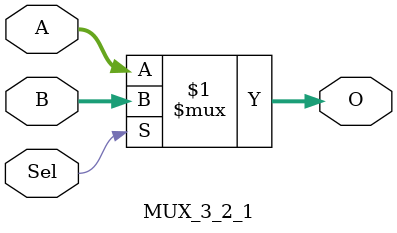
<source format=v>
`timescale 1ns / 1ps
module MUX_3_2_1(A, B, Sel, O);
	input		[2:0]	A;
	input		[2:0]	B;
	input				Sel;
	output	[2:0] O;

	assign O = Sel ? B : A;


endmodule
</source>
